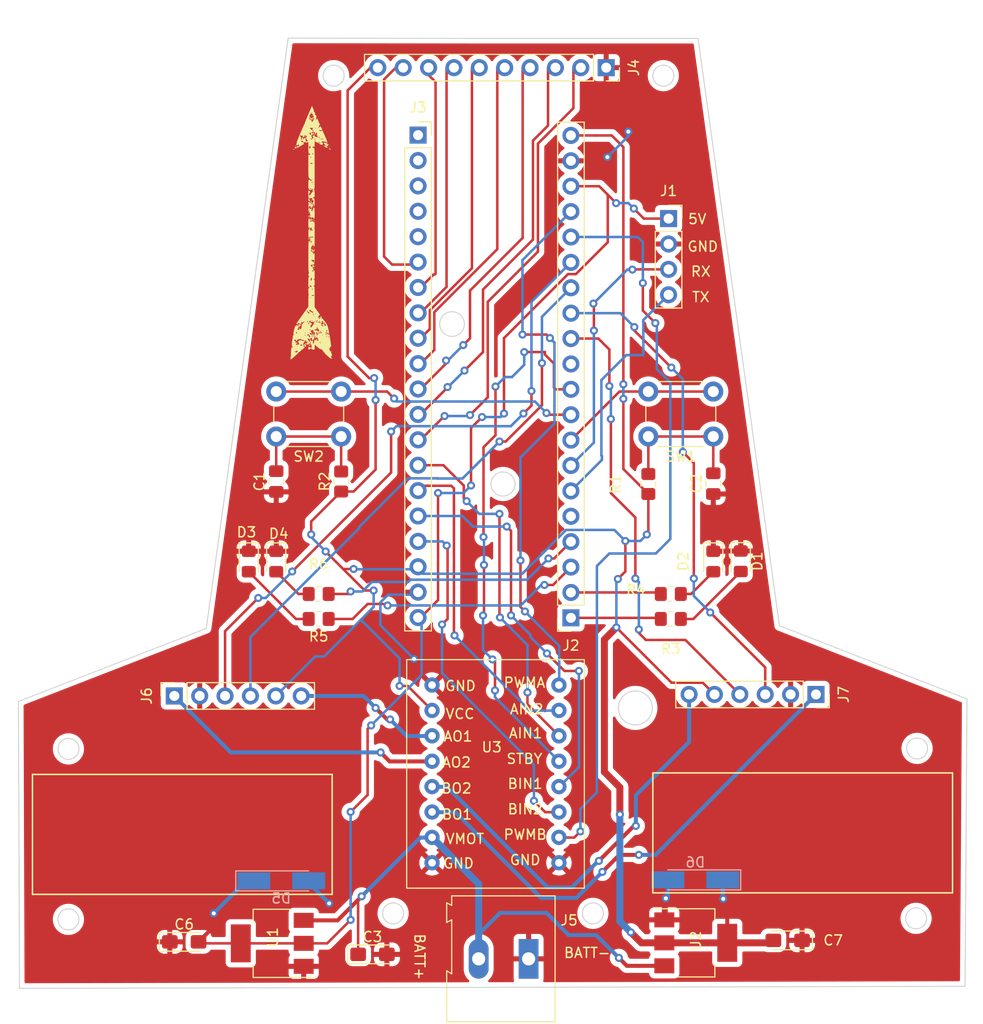
<source format=kicad_pcb>
(kicad_pcb (version 20211014) (generator pcbnew)
  (layers (0 "F.Cu" signal) (31 "B.Cu" signal) (34 "B.Paste" user) (35 "F.Paste" user) (36 "B.SilkS" user "B.Silkscreen") (37 "F.SilkS" user "F.Silkscreen") (38 "B.Mask" user) (39 "F.Mask" user) (44 "Edge.Cuts" user))
  (net 0 "")
  (net 1 "GND")
  (net 2 "Net-(C1-Pad2)")
  (net 3 "Net-(C2-Pad2)")
  (net 4 "+BATT")
  (net 5 "Net-(D1-Pad2)")
  (net 6 "Net-(D2-Pad2)")
  (net 7 "Net-(D3-Pad2)")
  (net 8 "Net-(D4-Pad2)")
  (net 9 "5v")
  (net 10 "UART1_RX")
  (net 11 "UART1_TX")
  (net 12 "LED1")
  (net 13 "LED2")
  (net 14 "LED3")
  (net 15 "LED4")
  (net 16 "PA8")
  (net 17 "BUT2")
  (net 18 "BUT1")
  (net 19 "PB3")
  (net 20 "E2_ENC_B")
  (net 21 "E2_ENC_A")
  (net 22 "E1_ENC_B")
  (net 23 "E1_ENC_A")
  (net 24 "E2_PWM")
  (net 25 "E1_PWM")
  (net 26 "3v3")
  (net 27 "LED_BLUE")
  (net 28 "PC14")
  (net 29 "PC15")
  (net 30 "NRST")
  (net 31 "A0")
  (net 32 "A1")
  (net 33 "A2")
  (net 34 "A3")
  (net 35 "A4")
  (net 36 "A5")
  (net 37 "A6")
  (net 38 "A7")
  (net 39 "E1_CTR_A")
  (net 40 "E1_CTR_B")
  (net 41 "E2_CTR_A")
  (net 42 "E2_CTR_B")
  (net 43 "E1_M2")
  (net 44 "E1_M1")
  (net 45 "E2_M2")
  (net 46 "E2_M1")
  (net 48 "STBY")
  (footprint "graphics:arrow" (layer "F.Cu") (at 114.85 74.05 90)
    (fp_text reference "G***" hide)
    (fp_text value "LOGO" hide)
  )
  (footprint "Connector_PinSocket_2.54mm:PinSocket_1x06_P2.54mm_Vertical" (layer "F.Cu") (at 101.55 120.45 90)
    (fp_text reference "J6")
    (fp_text value "Conn_01x06_Male")
  )
  (footprint "Resistor_SMD:R_0805_2012Metric_Pad1.20x1.40mm_HandSolder" (layer "F.Cu") (at 116 110.25 180)
    (fp_text reference "R6")
    (fp_text value "3k3")
  )
  (footprint "Diode_SMD:D_0805_2012Metric_Pad1.15x1.40mm_HandSolder" (layer "F.Cu") (at 158.25 106.975 -90)
    (fp_text reference "D1")
    (fp_text value "LED")
  )
  (footprint "Capacitor_Tantalum_SMD:CP_EIA-3216-18_Kemet-A_Pad1.58x1.35mm_HandSolder" (layer "F.Cu") (at 162.95 144.9 180)
    (fp_text reference "C7")
    (fp_text value "10uf")
  )
  (footprint "Connector_PinSocket_2.54mm:PinSocket_1x06_P2.54mm_Vertical" (layer "F.Cu") (at 165.78 120.3 -90)
    (fp_text reference "J7")
    (fp_text value "Conn_01x06_Male")
  )
  (footprint "Diode_SMD:D_0805_2012Metric_Pad1.15x1.40mm_HandSolder" (layer "F.Cu") (at 111.75 107 -90)
    (fp_text reference "D4")
    (fp_text value "LED")
  )
  (footprint "Connector_PinSocket_2.54mm:PinSocket_1x20_P2.54mm_Vertical" (layer "F.Cu") (at 125.95 64.35)
    (fp_text reference "J3")
    (fp_text value "Conn_01x20_Female")
  )
  (footprint "Resistor_SMD:R_0805_2012Metric_Pad1.20x1.40mm_HandSolder" (layer "F.Cu") (at 116 112.75 180)
    (fp_text reference "R5")
    (fp_text value "3k3")
  )
  (footprint "Resistor_SMD:R_0805_2012Metric_Pad1.20x1.40mm_HandSolder" (layer "F.Cu") (at 151.25 112.75)
    (fp_text reference "R3")
    (fp_text value "3k3")
  )
  (footprint "Resistor_SMD:R_0805_2012Metric_Pad1.20x1.40mm_HandSolder" (layer "F.Cu") (at 151.25 110.25)
    (fp_text reference "R4")
    (fp_text value "3k3")
  )
  (footprint "Package_TO_SOT_SMD:SOT-223-3_TabPin2" (layer "F.Cu") (at 153.75 145.15)
    (fp_text reference "U2")
    (fp_text value "AMS1117-3.3")
  )
  (footprint "Capacitor_Tantalum_SMD:CP_EIA-3216-18_Kemet-A_Pad1.58x1.35mm_HandSolder" (layer "F.Cu") (at 121.3875 146.3)
    (fp_text reference "C3")
    (fp_text value "10uf")
  )
  (footprint "Capacitor_SMD:C_0805_2012Metric_Pad1.18x1.45mm_HandSolder" (layer "F.Cu") (at 155.5 99.2125 90)
    (fp_text reference "C2")
    (fp_text value "100n")
  )
  (footprint "footprints:H_BRIDGE" (layer "F.Cu") (at 134.97 126.98)
    (fp_text reference "U3")
    (fp_text value "Mostek_TB_THT")
  )
  (footprint "Capacitor_Tantalum_SMD:CP_EIA-3216-18_Kemet-A_Pad1.58x1.35mm_HandSolder" (layer "F.Cu") (at 102.5375 145.05)
    (fp_text reference "C6")
    (fp_text value "10uf")
  )
  (footprint "Button_Switch_THT:SW_PUSH_6mm" (layer "F.Cu") (at 118.25 94.5 180)
    (fp_text reference "SW2")
    (fp_text value "SW_Push")
  )
  (footprint "Resistor_SMD:R_0805_2012Metric_Pad1.20x1.40mm_HandSolder" (layer "F.Cu") (at 118.25 99 90)
    (fp_text reference "R2")
    (fp_text value "470")
  )
  (footprint "TerminalBlock:TerminalBlock_Altech_AK300-2_P5.00mm" (layer "F.Cu") (at 137.015 146.75 180)
    (fp_text reference "J5")
    (fp_text value "Screw_Terminal_01x02")
  )
  (footprint "Connector_PinSocket_2.54mm:PinSocket_1x04_P2.54mm_Vertical" (layer "F.Cu") (at 151.025 72.7)
    (fp_text reference "J1")
    (fp_text value "Conn_01x04_Male")
  )
  (footprint "Diode_SMD:D_0805_2012Metric_Pad1.15x1.40mm_HandSolder" (layer "F.Cu") (at 155.5 107 -90)
    (fp_text reference "D2")
    (fp_text value "LED")
  )
  (footprint "Resistor_SMD:R_0805_2012Metric_Pad1.20x1.40mm_HandSolder" (layer "F.Cu") (at 149 99.25 90)
    (fp_text reference "R1")
    (fp_text value "470")
  )
  (footprint "Capacitor_SMD:C_0805_2012Metric_Pad1.18x1.45mm_HandSolder" (layer "F.Cu") (at 111.75 99 90)
    (fp_text reference "C1")
    (fp_text value "100n")
  )
  (footprint "Package_TO_SOT_SMD:SOT-223-3_TabPin2" (layer "F.Cu") (at 111.35 145.2 180)
    (fp_text reference "U1")
    (fp_text value "AMS1117-5.0")
  )
  (footprint "Connector_PinSocket_2.54mm:PinSocket_1x20_P2.54mm_Vertical" (layer "F.Cu") (at 141.25 112.64 180)
    (fp_text reference "J2")
    (fp_text value "Conn_01x20_Female")
  )
  (footprint "Diode_SMD:D_0805_2012Metric_Pad1.15x1.40mm_HandSolder" (layer "F.Cu") (at 109 107 -90)
    (fp_text reference "D3")
    (fp_text value "LED")
  )
  (footprint "Button_Switch_THT:SW_PUSH_6mm" (layer "F.Cu") (at 155.5 94.5 180)
    (fp_text reference "SW1")
    (fp_text value "SW_Push")
  )
  (footprint "Connector_PinSocket_2.54mm:PinSocket_1x10_P2.54mm_Vertical" (layer "F.Cu") (at 144.78 57.6 -90)
    (fp_text reference "J4")
    (fp_text value "Conn_01x10_Male")
  )
  (footprint "Diode_SMD:D_MiniMELF_Handsoldering" (layer "B.Cu") (at 112.25 138.95)
    (fp_text reference "D5")
    (fp_text value "6V2")
  )
  (footprint "Diode_SMD:D_MiniMELF_Handsoldering" (layer "B.Cu") (at 153.7 138.85 180)
    (fp_text reference "D6")
    (fp_text value "3V9")
  )
  (gr_line (start 179.45 128.15) (end 179.45 140.15) (layer "F.SilkS") (width 0.15))
  (gr_line (start 87.35 140.3) (end 117.35 140.3) (layer "F.SilkS") (width 0.15))
  (gr_line (start 117.35 128.3) (end 87.35 128.3) (layer "F.SilkS") (width 0.15))
  (gr_line (start 179.45 128.15) (end 149.45 128.15) (layer "F.SilkS") (width 0.15))
  (gr_line (start 117.35 140.3) (end 117.35 128.3) (layer "F.SilkS") (width 0.15))
  (gr_line (start 149.45 140.15) (end 179.45 140.15) (layer "F.SilkS") (width 0.15))
  (gr_line (start 149.45 128.15) (end 149.45 140.15) (layer "F.SilkS") (width 0.15))
  (gr_line (start 87.35 128.3) (end 87.35 140.3) (layer "F.SilkS") (width 0.15))
  (gr_circle (center 90.95 125.75) (end 90.95 124.7) (layer "Edge.Cuts") (width 0.1) (fill none))
  (gr_circle (center 147.7 121.65) (end 147.3 123.3) (layer "Edge.Cuts") (width 0.1) (fill none))
  (gr_circle (center 143.45 142.2) (end 143.45 141.15) (layer "Edge.Cuts") (width 0.1) (fill none))
  (gr_line (start 85.95 121) (end 104.75 113.7) (layer "Edge.Cuts") (width 0.1))
  (gr_line (start 133.325 54.675) (end 153.975 54.675) (layer "Edge.Cuts") (width 0.1))
  (gr_circle (center 175.9 125.7) (end 175.9 124.65) (layer "Edge.Cuts") (width 0.1) (fill none))
  (gr_line (start 133.325 54.675) (end 112.95 54.65) (layer "Edge.Cuts") (width 0.1))
  (gr_line (start 112.95 54.65) (end 112.9 54.95) (layer "Edge.Cuts") (width 0.1))
  (gr_circle (center 175.8 142.7) (end 175.8 141.65) (layer "Edge.Cuts") (width 0.1) (fill none))
  (gr_circle (center 117.5 58.4) (end 117.5 57.35) (layer "Edge.Cuts") (width 0.1) (fill none))
  (gr_circle (center 129.35 83.25) (end 129.8 84.4) (layer "Edge.Cuts") (width 0.1) (fill none))
  (gr_circle (center 150.5 58.4) (end 150.5 57.35) (layer "Edge.Cuts") (width 0.1) (fill none))
  (gr_circle (center 90.95 142.8) (end 89.9 142.8) (layer "Edge.Cuts") (width 0.1) (fill none))
  (gr_line (start 162.125 113.425) (end 180.9 120.75) (layer "Edge.Cuts") (width 0.1))
  (gr_line (start 133.4 149.6) (end 86.05 149.7) (layer "Edge.Cuts") (width 0.1))
  (gr_line (start 104.75 113.7) (end 112.9 54.95) (layer "Edge.Cuts") (width 0.1))
  (gr_circle (center 123.45 142.2) (end 123.45 141.15) (layer "Edge.Cuts") (width 0.1) (fill none))
  (gr_circle (center 134.45 99.25) (end 134.35 98.05) (layer "Edge.Cuts") (width 0.1) (fill none))
  (gr_line (start 180.7 149.5) (end 133.4 149.6) (layer "Edge.Cuts") (width 0.1))
  (gr_line (start 180.9 120.75) (end 180.7 149.5) (layer "Edge.Cuts") (width 0.1))
  (gr_line (start 86.05 149.7) (end 85.95 121) (layer "Edge.Cuts") (width 0.1))
  (gr_line (start 153.975 54.675) (end 162.125 113.425) (layer "Edge.Cuts") (width 0.1))
  (gr_text "5V\n" (at 153.9 72.75) (layer "F.SilkS") (effects (font (size 1 1))))
  (gr_text "GND\n" (at 154.45 75.5) (layer "F.SilkS") (effects (font (size 1 1))))
  (gr_text "RX\n" (at 154.25 78) (layer "F.SilkS") (effects (font (size 1 1))))
  (gr_text "BATT+" (at 126.1 146.55 270) (layer "F.SilkS") (effects (font (size 1 1))))
  (gr_text "BATT-\n" (at 142.875 146.15) (layer "F.SilkS") (effects (font (size 1 1))))
  (gr_text "TX\n" (at 154.25 80.55) (layer "F.SilkS") (effects (font (size 1 1))))
  (segment (start 150.75 142.7) (end 150.6 142.85) (width 0.4) (layer "F.Cu") (net 1))
  (segment (start 141.25 66.92) (end 144.53 66.92) (width 0.25) (layer "F.Cu") (net 1))
  (segment (start 150.75 140.7) (end 150.75 142.7) (width 0.4) (layer "F.Cu") (net 1))
  (segment (start 144.53 66.92) (end 144.9 66.55) (width 0.25) (layer "F.Cu") (net 1))
  (via (at 147 64) (size 0.8) (drill 0.4) (layers "F.Cu" "B.Cu") (net 1))
  (via (at 150.75 140.7) (size 0.8) (drill 0.4) (layers "F.Cu" "B.Cu") (net 1))
  (via (at 117.05 141.2) (size 0.8) (drill 0.4) (layers "F.Cu" "B.Cu") (net 1))
  (via (at 125.55 116.75) (size 0.8) (drill 0.4) (layers "F.Cu" "B.Cu") (net 1))
  (via (at 144.9 66.55) (size 0.8) (drill 0.4) (layers "F.Cu" "B.Cu") (net 1))
  (segment (start 115 139.15) (end 117.05 141.2) (width 0.4) (layer "B.Cu") (net 1))
  (segment (start 125.95 110.32) (end 122.954695 110.32) (width 0.25) (layer "B.Cu") (net 1))
  (segment (start 115 138.95) (end 115 139.15) (width 0.4) (layer "B.Cu") (net 1))
  (segment (start 122.175 113.375) (end 125.55 116.75) (width 0.25) (layer "B.Cu") (net 1))
  (segment (start 150.95 138.85) (end 150.95 140.5) (width 0.4) (layer "B.Cu") (net 1))
  (segment (start 147 64.45) (end 147 64) (width 0.25) (layer "B.Cu") (net 1))
  (segment (start 144.9 66.55) (end 147 64.45) (width 0.25) (layer "B.Cu") (net 1))
  (segment (start 150.95 140.5) (end 150.75 140.7) (width 0.4) (layer "B.Cu") (net 1))
  (segment (start 122.954695 110.32) (end 122.175 111.099695) (width 0.25) (layer "B.Cu") (net 1))
  (segment (start 122.175 111.099695) (end 122.175 113.375) (width 0.25) (layer "B.Cu") (net 1))
  (segment (start 118.25 98) (end 118.25 94.5) (width 0.25) (layer "F.Cu") (net 2))
  (segment (start 111.75 97.9625) (end 111.75 94.5) (width 0.25) (layer "F.Cu") (net 2))
  (segment (start 118.25 94.5) (end 111.75 94.5) (width 0.25) (layer "F.Cu") (net 2))
  (segment (start 149 94.5) (end 149 98.25) (width 0.25) (layer "F.Cu") (net 3))
  (segment (start 149 94.5) (end 155.5 94.5) (width 0.25) (layer "F.Cu") (net 3))
  (segment (start 155.5 98.175) (end 155.5 94.5) (width 0.25) (layer "F.Cu") (net 3))
  (segment (start 119.95 146.3) (end 119.95 140.85) (width 0.25) (layer "F.Cu") (net 4))
  (segment (start 114.5 142.9) (end 117.9 142.9) (width 0.4) (layer "F.Cu") (net 4))
  (segment (start 117.9 142.9) (end 120.3 140.5) (width 0.4) (layer "F.Cu") (net 4))
  (segment (start 150.6 147.45) (end 146.85 147.45) (width 0.4) (layer "F.Cu") (net 4))
  (segment (start 119.95 140.85) (end 120.3 140.5) (width 0.25) (layer "F.Cu") (net 4))
  (segment (start 146.85 147.45) (end 146.05 146.65) (width 0.4) (layer "F.Cu") (net 4))
  (via (at 120.3 140.5) (size 0.8) (drill 0.4) (layers "F.Cu" "B.Cu") (net 4))
  (via (at 146.05 146.65) (size 0.8) (drill 0.4) (layers "F.Cu" "B.Cu") (net 4))
  (segment (start 132.015 139.255) (end 132.015 143.885) (width 0.7) (layer "B.Cu") (net 4))
  (segment (start 127.38 134.62) (end 132.015 139.255) (width 0.7) (layer "B.Cu") (net 4))
  (segment (start 120.3 140.5) (end 126.18 134.62) (width 0.4) (layer "B.Cu") (net 4))
  (segment (start 146.05 146.65) (end 143.77 144.37) (width 0.4) (layer "B.Cu") (net 4))
  (segment (start 134.15 142.15) (end 132.015 144.285) (width 0.4) (layer "B.Cu") (net 4))
  (segment (start 141.02 144.37) (end 138.8 142.15) (width 0.4) (layer "B.Cu") (net 4))
  (segment (start 143.77 144.37) (end 141.02 144.37) (width 0.4) (layer "B.Cu") (net 4))
  (segment (start 138.8 142.15) (end 134.15 142.15) (width 0.4) (layer "B.Cu") (net 4))
  (segment (start 132.015 143.885) (end 132.015 144.285) (width 0.7) (layer "B.Cu") (net 4))
  (segment (start 132.015 146.75) (end 132.015 143.885) (width 0.7) (layer "B.Cu") (net 4))
  (segment (start 126.18 134.62) (end 127.38 134.62) (width 0.4) (layer "B.Cu") (net 4))
  (segment (start 153.5 112.75) (end 158.25 108) (width 0.25) (layer "F.Cu") (net 5))
  (segment (start 152.25 112.75) (end 153.5 112.75) (width 0.25) (layer "F.Cu") (net 5))
  (segment (start 153.275 110.25) (end 155.5 108.025) (width 0.25) (layer "F.Cu") (net 6))
  (segment (start 152.25 110.25) (end 153.275 110.25) (width 0.25) (layer "F.Cu") (net 6))
  (segment (start 113.725 112.75) (end 109 108.025) (width 0.25) (layer "F.Cu") (net 7))
  (segment (start 115 112.75) (end 113.725 112.75) (width 0.25) (layer "F.Cu") (net 7))
  (segment (start 113.975 110.25) (end 111.75 108.025) (width 0.25) (layer "F.Cu") (net 8))
  (segment (start 115 110.25) (end 113.975 110.25) (width 0.25) (layer "F.Cu") (net 8))
  (segment (start 134.55 84.658299) (end 140.953299 78.255) (width 0.25) (layer "F.Cu") (net 9))
  (segment (start 144.0855 69.46) (end 144.93775 70.31225) (width 0.25) (layer "F.Cu") (net 9))
  (segment (start 120.9 123.75) (end 121.25 123.4) (width 0.25) (layer "F.Cu") (net 9))
  (segment (start 120.9 125) (end 120.9 123.75) (width 0.25) (layer "F.Cu") (net 9))
  (segment (start 141.25 69.46) (end 144.0855 69.46) (width 0.25) (layer "F.Cu") (net 9))
  (segment (start 108.2 145.2) (end 104.125 145.2) (width 0.25) (layer "F.Cu") (net 9))
  (segment (start 105.5 143.525) (end 103.975 145.05) (width 0.4) (layer "F.Cu") (net 9))
  (segment (start 114.5 145.2) (end 116.85 145.2) (width 0.25) (layer "F.Cu") (net 9))
  (segment (start 116.85 145.2) (end 119.2 142.85) (width 0.25) (layer "F.Cu") (net 9))
  (segment (start 131.25 99.4) (end 131.25 93.65) (width 0.25) (layer "F.Cu") (net 9))
  (segment (start 141.745 78.255) (end 144.93775 75.06225) (width 0.25) (layer "F.Cu") (net 9))
  (segment (start 140.953299 78.255) (end 141.745 78.255) (width 0.25) (layer "F.Cu") (net 9))
  (segment (start 104.125 145.2) (end 103.975 145.05) (width 0.25) (layer "F.Cu") (net 9))
  (segment (start 144.93775 75.06225) (end 144.93775 70.31225) (width 0.25) (layer "F.Cu") (net 9))
  (segment (start 119.2 132.05) (end 120.9 130.35) (width 0.25) (layer "F.Cu") (net 9))
  (segment (start 114.5 145.2) (end 108.2 145.2) (width 0.25) (layer "F.Cu") (net 9))
  (segment (start 131.25 93.65) (end 132.35 92.55) (width 0.25) (layer "F.Cu") (net 9))
  (segment (start 105.5 142.2) (end 105.5 143.525) (width 0.4) (layer "F.Cu") (net 9))
  (segment (start 147.55 71.7) (end 148.55 72.7) (width 0.25) (layer "F.Cu") (net 9))
  (segment (start 134.55 92.2) (end 134.55 84.658299) (width 0.25) (layer "F.Cu") (net 9))
  (segment (start 144.93775 70.31225) (end 145.7755 71.15) (width 0.25) (layer "F.Cu") (net 9))
  (segment (start 125.95 112.86) (end 127.95 110.86) (width 0.25) (layer "F.Cu") (net 9))
  (segment (start 148.55 72.7) (end 151.025 72.7) (width 0.25) (layer "F.Cu") (net 9))
  (segment (start 127.95 110.86) (end 127.95 100.15) (width 0.25) (layer "F.Cu") (net 9))
  (segment (start 120.9 130.35) (end 120.9 125) (width 0.25) (layer "F.Cu") (net 9))
  (via (at 134.55 92.2) (size 0.8) (drill 0.4) (layers "F.Cu" "B.Cu") (net 9))
  (via (at 131.25 99.4) (size 0.8) (drill 0.4) (layers "F.Cu" "B.Cu") (net 9))
  (via (at 119.2 142.85) (size 0.8) (drill 0.4) (layers "F.Cu" "B.Cu") (net 9))
  (via (at 132.35 92.55) (size 0.8) (drill 0.4) (layers "F.Cu" "B.Cu") (net 9))
  (via (at 105.5 142.2) (size 0.8) (drill 0.4) (layers "F.Cu" "B.Cu") (net 9))
  (via (at 147.55 71.7) (size 0.8) (drill 0.4) (layers "F.Cu" "B.Cu") (net 9))
  (via (at 145.7755 71.15) (size 0.8) (drill 0.4) (layers "F.Cu" "B.Cu") (net 9))
  (via (at 127.95 100.15) (size 0.8) (drill 0.4) (layers "F.Cu" "B.Cu") (net 9))
  (via (at 121.25 123.4) (size 0.8) (drill 0.4) (layers "F.Cu" "B.Cu") (net 9))
  (via (at 119.2 132.05) (size 0.8) (drill 0.4) (layers "F.Cu" "B.Cu") (net 9))
  (segment (start 119.2 142.85) (end 119.2 132.05) (width 0.25) (layer "B.Cu") (net 9))
  (segment (start 130.5 100.15) (end 131.25 99.4) (width 0.25) (layer "B.Cu") (net 9))
  (segment (start 127.95 100.15) (end 130.5 100.15) (width 0.25) (layer "B.Cu") (net 9))
  (segment (start 134.2 92.55) (end 134.55 92.2) (width 0.25) (layer "B.Cu") (net 9))
  (segment (start 121.25 123.4) (end 126.3 118.35) (width 0.25) (layer "B.Cu") (net 9))
  (segment (start 132.35 92.55) (end 134.2 92.55) (width 0.25) (layer "B.Cu") (net 9))
  (segment (start 108.75 138.95) (end 105.5 142.2) (width 0.4) (layer "B.Cu") (net 9))
  (segment (start 147 71.15) (end 147.55 71.7) (width 0.25) (layer "B.Cu") (net 9))
  (segment (start 145.7755 71.15) (end 147 71.15) (width 0.25) (layer "B.Cu") (net 9))
  (segment (start 126.3 112.96) (end 125.95 112.61) (width 0.25) (layer "B.Cu") (net 9))
  (segment (start 109.5 138.95) (end 108.75 138.95) (width 0.4) (layer "B.Cu") (net 9))
  (segment (start 126.3 118.35) (end 126.3 112.96) (width 0.25) (layer "B.Cu") (net 9))
  (segment (start 143.5 81.2) (end 143.55 81.25) (width 0.25) (layer "F.Cu") (net 10))
  (segment (start 147.42 77.78) (end 147.4 77.8) (width 0.25) (layer "F.Cu") (net 10))
  (segment (start 151.025 77.78) (end 147.42 77.78) (width 0.25) (layer "F.Cu") (net 10))
  (segment (start 143.55 81.25) (end 143.55 83.9) (width 0.25) (layer "F.Cu") (net 10))
  (via (at 147.4 77.8) (size 0.8) (drill 0.4) (layers "F.Cu" "B.Cu") (net 10))
  (via (at 143.5 81.2) (size 0.8) (drill 0.4) (layers "F.Cu" "B.Cu") (net 10))
  (via (at 143.55 83.9) (size 0.8) (drill 0.4) (layers "F.Cu" "B.Cu") (net 10))
  (segment (start 146.9 77.8) (end 143.5 81.2) (width 0.25) (layer "B.Cu") (net 10))
  (segment (start 143.55 95.1) (end 141.25 97.4) (width 0.25) (layer "B.Cu") (net 10))
  (segment (start 143.55 83.9) (end 143.55 95.1) (width 0.25) (layer "B.Cu") (net 10))
  (segment (start 147.4 77.8) (end 146.9 77.8) (width 0.25) (layer "B.Cu") (net 10))
  (segment (start 146.8 86.35) (end 144.3 88.85) (width 0.25) (layer "B.Cu") (net 11))
  (segment (start 144.3 88.85) (end 144.3 96.4) (width 0.25) (layer "B.Cu") (net 11))
  (segment (start 144.3 96.4) (end 144.35 96.45) (width 0.25) (layer "B.Cu") (net 11))
  (segment (start 144.35 96.84) (end 141.25 99.94) (width 0.25) (layer "B.Cu") (net 11))
  (segment (start 148.5 86.35) (end 146.8 86.35) (width 0.25) (layer "B.Cu") (net 11))
  (segment (start 144.35 96.45) (end 144.35 96.84) (width 0.25) (layer "B.Cu") (net 11))
  (segment (start 151.025 80.32) (end 148.5 82.845) (width 0.25) (layer "B.Cu") (net 11))
  (segment (start 148.5 82.845) (end 148.5 86.35) (width 0.25) (layer "B.Cu") (net 11))
  (segment (start 150.14 112.64) (end 150.25 112.75) (width 0.25) (layer "F.Cu") (net 12))
  (segment (start 141.25 112.64) (end 150.14 112.64) (width 0.25) (layer "F.Cu") (net 12))
  (segment (start 141.25 110.1) (end 150.1 110.1) (width 0.25) (layer "F.Cu") (net 13))
  (segment (start 150.1 110.1) (end 150.25 110.25) (width 0.25) (layer "F.Cu") (net 13))
  (segment (start 119.4 112.75) (end 120.65 111.5) (width 0.25) (layer "F.Cu") (net 14))
  (segment (start 117 112.75) (end 119.4 112.75) (width 0.25) (layer "F.Cu") (net 14))
  (segment (start 122.75 111.25) (end 122.9 111.4) (width 0.25) (layer "F.Cu") (net 14))
  (segment (start 120.65 111.5) (end 120.9 111.25) (width 0.25) (layer "F.Cu") (net 14))
  (segment (start 138.6 109.35) (end 139.46 109.35) (width 0.25) (layer "F.Cu") (net 14))
  (segment (start 139.46 109.35) (end 141.25 107.56) (width 0.25) (layer "F.Cu") (net 14))
  (segment (start 120.9 111.25) (end 122.75 111.25) (width 0.25) (layer "F.Cu") (net 14))
  (via (at 138.6 109.35) (size 0.8) (drill 0.4) (layers "F.Cu" "B.Cu") (net 14))
  (via (at 122.9 111.4) (size 0.8) (drill 0.4) (layers "F.Cu" "B.Cu") (net 14))
  (segment (start 136.462347 111.162347) (end 138.274695 109.35) (width 0.25) (layer "B.Cu") (net 14))
  (segment (start 138.274695 109.35) (end 138.6 109.35) (width 0.25) (layer "B.Cu") (net 14))
  (segment (start 122.9 111.4) (end 136.224694 111.4) (width 0.25) (layer "B.Cu") (net 14))
  (segment (start 136.224694 111.4) (end 136.462347 111.162347) (width 0.25) (layer "B.Cu") (net 14))
  (segment (start 139.57 106.7) (end 141.25 105.02) (width 0.25) (layer "F.Cu") (net 15))
  (segment (start 117 110.25) (end 118.95 110.25) (width 0.25) (layer "F.Cu") (net 15))
  (segment (start 118.95 110.25) (end 119.2 110) (width 0.25) (layer "F.Cu") (net 15))
  (segment (start 139 106.7) (end 139.57 106.7) (width 0.25) (layer "F.Cu") (net 15))
  (via (at 119.2 110) (size 0.8) (drill 0.4) (layers "F.Cu" "B.Cu") (net 15))
  (via (at 139 106.7) (size 0.8) (drill 0.4) (layers "F.Cu" "B.Cu") (net 15))
  (segment (start 120.374695 110) (end 121.324695 109.05) (width 0.25) (layer "B.Cu") (net 15))
  (segment (start 124.95 109.05) (end 125.175 108.825) (width 0.25) (layer "B.Cu") (net 15))
  (segment (start 125.175 108.825) (end 136.875 108.825) (width 0.25) (layer "B.Cu") (net 15))
  (segment (start 121.324695 109.05) (end 124.95 109.05) (width 0.25) (layer "B.Cu") (net 15))
  (segment (start 139 106.7) (end 136.875 108.825) (width 0.25) (layer "B.Cu") (net 15))
  (segment (start 119.2 110) (end 120.374695 110) (width 0.25) (layer "B.Cu") (net 15))
  (segment (start 146.11 90) (end 141.25 94.86) (width 0.25) (layer "F.Cu") (net 17))
  (segment (start 149 90) (end 155.5 90) (width 0.25) (layer "F.Cu") (net 17))
  (segment (start 149 90) (end 146.11 90) (width 0.25) (layer "F.Cu") (net 17))
  (segment (start 122.85 90) (end 123.55 90.7) (width 0.25) (layer "F.Cu") (net 18))
  (segment (start 111.75 90) (end 118.25 90) (width 0.25) (layer "F.Cu") (net 18))
  (segment (start 138.97 92.32) (end 141.25 92.32) (width 0.25) (layer "F.Cu") (net 18))
  (segment (start 138.8 92.15) (end 138.97 92.32) (width 0.25) (layer "F.Cu") (net 18))
  (segment (start 118.25 90) (end 122.85 90) (width 0.25) (layer "F.Cu") (net 18))
  (via (at 123.55 90.7) (size 0.8) (drill 0.4) (layers "F.Cu" "B.Cu") (net 18))
  (via (at 138.8 92.15) (size 0.8) (drill 0.4) (layers "F.Cu" "B.Cu") (net 18))
  (segment (start 138.8 92.15) (end 137.65 91) (width 0.25) (layer "B.Cu") (net 18))
  (segment (start 137.65 91) (end 123.8 91) (width 0.25) (layer "B.Cu") (net 18))
  (segment (start 144 84.7) (end 141.25 84.7) (width 0.25) (layer "F.Cu") (net 20))
  (segment (start 148.75 114.85) (end 148.05 114.15) (width 0.25) (layer "F.Cu") (net 20))
  (segment (start 147.7 102.6) (end 145.4 100.3) (width 0.25) (layer "F.Cu") (net 20))
  (segment (start 158.16 120.3) (end 152.71 114.85) (width 0.25) (layer "F.Cu") (net 20))
  (segment (start 145.1 85.8) (end 144 84.7) (width 0.25) (layer "F.Cu") (net 20))
  (segment (start 147.7 108.7) (end 147.7 102.6) (width 0.25) (layer "F.Cu") (net 20))
  (segment (start 145.25 100.15) (end 145.25 92.75) (width 0.25) (layer "F.Cu") (net 20))
  (segment (start 145.1 89.45) (end 145.1 85.8) (width 0.25) (layer "F.Cu") (net 20))
  (segment (start 145.4 100.3) (end 145.25 100.15) (width 0.25) (layer "F.Cu") (net 20))
  (segment (start 148.05 114.15) (end 148.05 113.8) (width 0.25) (layer "F.Cu") (net 20))
  (segment (start 152.71 114.85) (end 148.75 114.85) (width 0.25) (layer "F.Cu") (net 20))
  (via (at 145.25 92.75) (size 0.8) (drill 0.4) (layers "F.Cu" "B.Cu") (net 20))
  (via (at 148.05 113.8) (size 0.8) (drill 0.4) (layers "F.Cu" "B.Cu") (net 20))
  (via (at 145.1 89.45) (size 0.8) (drill 0.4) (layers "F.Cu" "B.Cu") (net 20))
  (via (at 147.7 108.7) (size 0.8) (drill 0.4) (layers "F.Cu" "B.Cu") (net 20))
  (segment (start 145.25 92.75) (end 145.25 89.6) (width 0.25) (layer "B.Cu") (net 20))
  (segment (start 148.05 109.05) (end 147.7 108.7) (width 0.25) (layer "B.Cu") (net 20))
  (segment (start 148.05 113.8) (end 148.05 109.05) (width 0.25) (layer "B.Cu") (net 20))
  (segment (start 145.25 89.6) (end 145.1 89.45) (width 0.25) (layer "B.Cu") (net 20))
  (segment (start 153.55 108.7) (end 153.55 97.15) (width 0.25) (layer "F.Cu") (net 21))
  (segment (start 151.3 87.6) (end 147.6 83.9) (width 0.25) (layer "F.Cu") (net 21))
  (segment (start 153.55 97.15) (end 152.45 96.05) (width 0.25) (layer "F.Cu") (net 21))
  (segment (start 147.6 83.9) (end 147.6 83.55) (width 0.25) (layer "F.Cu") (net 21))
  (segment (start 160.7 117.6) (end 155.2 112.1) (width 0.25) (layer "F.Cu") (net 21))
  (segment (start 160.7 120.3) (end 160.7 117.6) (width 0.25) (layer "F.Cu") (net 21))
  (via (at 155.2 112.1) (size 0.8) (drill 0.4) (layers "F.Cu" "B.Cu") (net 21))
  (via (at 147.6 83.55) (size 0.8) (drill 0.4) (layers "F.Cu" "B.Cu") (net 21))
  (via (at 153.55 108.7) (size 0.8) (drill 0.4) (layers "F.Cu" "B.Cu") (net 21))
  (via (at 152.45 96.05) (size 0.8) (drill 0.4) (layers "F.Cu" "B.Cu") (net 21))
  (via (at 151.3 87.6) (size 0.8) (drill 0.4) (layers "F.Cu" "B.Cu") (net 21))
  (segment (start 146.21 82.16) (end 141.25 82.16) (width 0.25) (layer "B.Cu") (net 21))
  (segment (start 152.45 88.75) (end 151.3 87.6) (width 0.25) (layer "B.Cu") (net 21))
  (segment (start 147.6 83.55) (end 146.21 82.16) (width 0.25) (layer "B.Cu") (net 21))
  (segment (start 153.55 110.45) (end 153.55 108.7) (width 0.25) (layer "B.Cu") (net 21))
  (segment (start 155.2 112.1) (end 153.55 110.45) (width 0.25) (layer "B.Cu") (net 21))
  (segment (start 152.45 96.05) (end 152.45 88.75) (width 0.25) (layer "B.Cu") (net 21))
  (segment (start 138.35 91.375305) (end 138.35 87.15) (width 0.25) (layer "F.Cu") (net 22))
  (segment (start 134.725305 95) (end 138.35 91.375305) (width 0.25) (layer "F.Cu") (net 22))
  (segment (start 134.1 95) (end 134.725305 95) (width 0.25) (layer "F.Cu") (net 22))
  (via (at 134.1 95) (size 0.8) (drill 0.4) (layers "F.Cu" "B.Cu") (net 22))
  (via (at 138.35 87.15) (size 0.8) (drill 0.4) (layers "F.Cu" "B.Cu") (net 22))
  (segment (start 120.05 103.675305) (end 120.05 103.55) (width 0.25) (layer "B.Cu") (net 22))
  (segment (start 134.1 95) (end 130.525 98.575) (width 0.25) (layer "B.Cu") (net 22))
  (segment (start 109.17 120.45) (end 109.17 114.555305) (width 0.25) (layer "B.Cu") (net 22))
  (segment (start 127.9 98.7) (end 130.4 98.7) (width 0.25) (layer "B.Cu") (net 22))
  (segment (start 124.916443 98.683557) (end 127.883557 98.683557) (width 0.25) (layer "B.Cu") (net 22))
  (segment (start 127.883557 98.683557) (end 127.9 98.7) (width 0.25) (layer "B.Cu") (net 22))
  (segment (start 138.35 87.15) (end 138.35 82.52) (width 0.25) (layer "B.Cu") (net 22))
  (segment (start 138.35 82.52) (end 141.25 79.62) (width 0.25) (layer "B.Cu") (net 22))
  (segment (start 120.05 103.55) (end 124.916443 98.683557) (width 0.25) (layer "B.Cu") (net 22))
  (segment (start 130.4 98.7) (end 130.525 98.575) (width 0.25) (layer "B.Cu") (net 22))
  (segment (start 109.17 114.555305) (end 120.05 103.675305) (width 0.25) (layer "B.Cu") (net 22))
  (segment (start 106.63 120.45) (end 106.63 113.97) (width 0.25) (layer "F.Cu") (net 23))
  (segment (start 136.5 92.2) (end 137.3 91.4) (width 0.25) (layer "F.Cu") (net 23))
  (segment (start 106.63 113.97) (end 109.95 110.65) (width 0.25) (layer "F.Cu") (net 23))
  (segment (start 123.25 98.1) (end 123.25 94) (width 0.25) (layer "F.Cu") (net 23))
  (segment (start 113.35 108) (end 123.25 98.1) (width 0.25) (layer "F.Cu") (net 23))
  (segment (start 137.3 91.4) (end 137.3 89.95) (width 0.25) (layer "F.Cu") (net 23))
  (via (at 136.5 92.2) (size 0.8) (drill 0.4) (layers "F.Cu" "B.Cu") (net 23))
  (via (at 137.3 89.95) (size 0.8) (drill 0.4) (layers "F.Cu" "B.Cu") (net 23))
  (via (at 113.35 108) (size 0.8) (drill 0.4) (layers "F.Cu" "B.Cu") (net 23))
  (via (at 109.95 110.65) (size 0.8) (drill 0.4) (layers "F.Cu" "B.Cu") (net 23))
  (via (at 123.25 94) (size 0.8) (drill 0.4) (layers "F.Cu" "B.Cu") (net 23))
  (segment (start 110.7 110.65) (end 113.35 108) (width 0.25) (layer "B.Cu") (net 23))
  (segment (start 123.785 93.465) (end 123.25 94) (width 0.25) (layer "B.Cu") (net 23))
  (segment (start 137.3 81.03) (end 141.25 77.08) (width 0.25) (layer "B.Cu") (net 23))
  (segment (start 109.95 110.65) (end 110.7 110.65) (width 0.25) (layer "B.Cu") (net 23))
  (segment (start 136.5 92.2) (end 135.235 93.465) (width 0.25) (layer "B.Cu") (net 23))
  (segment (start 135.235 93.465) (end 123.785 93.465) (width 0.25) (layer "B.Cu") (net 23))
  (segment (start 137.3 89.95) (end 137.3 81.03) (width 0.25) (layer "B.Cu") (net 23))
  (segment (start 149.7 83.15) (end 148.45 81.9) (width 0.25) (layer "F.Cu") (net 24))
  (segment (start 148.45 81.9) (end 148.45 79.15) (width 0.25) (layer "F.Cu") (net 24))
  (segment (start 140.08 134.62) (end 141.58 134.62) (width 0.25) (layer "F.Cu") (net 24))
  (segment (start 141.58 134.62) (end 142.2 134) (width 0.25) (layer "F.Cu") (net 24))
  (via (at 149.7 83.15) (size 0.8) (drill 0.4) (layers "F.Cu" "B.Cu") (net 24))
  (via (at 142.2 134) (size 0.8) (drill 0.4) (layers "F.Cu" "B.Cu") (net 24))
  (via (at 148.45 79.15) (size 0.8) (drill 0.4) (layers "F.Cu" "B.Cu") (net 24))
  (segment (start 148.45 75.05) (end 147.94 74.54) (width 0.25) (layer "B.Cu") (net 24))
  (segment (start 143.85 130.1) (end 143.85 107.45) (width 0.25) (layer "B.Cu") (net 24))
  (segment (start 142.2 131.75) (end 143.5 130.45) (width 0.25) (layer "B.Cu") (net 24))
  (segment (start 145.1 106.2) (end 149.75 106.2) (width 0.25) (layer "B.Cu") (net 24))
  (segment (start 151.2 89.1) (end 149.85 87.75) (width 0.25) (layer "B.Cu") (net 24))
  (segment (start 149.85 87.75) (end 149.85 83.45) (width 0.25) (layer "B.Cu") (net 24))
  (segment (start 149.85 83.3) (end 149.7 83.15) (width 0.25) (layer "B.Cu") (net 24))
  (segment (start 143.85 107.45) (end 145.1 106.2) (width 0.25) (layer "B.Cu") (net 24))
  (segment (start 143.5 130.45) (end 143.85 130.1) (width 0.25) (layer "B.Cu") (net 24))
  (segment (start 149.85 83.45) (end 149.85 83.3) (width 0.25) (layer "B.Cu") (net 24))
  (segment (start 151.2 104.75) (end 151.2 89.1) (width 0.25) (layer "B.Cu") (net 24))
  (segment (start 148.45 79.15) (end 148.45 75.05) (width 0.25) (layer "B.Cu") (net 24))
  (segment (start 147.94 74.54) (end 141.25 74.54) (width 0.25) (layer "B.Cu") (net 24))
  (segment (start 149.75 106.2) (end 151.2 104.75) (width 0.25) (layer "B.Cu") (net 24))
  (segment (start 142.2 134) (end 142.2 131.75) (width 0.25) (layer "B.Cu") (net 24))
  (segment (start 136.65 112) (end 136.2 111.55) (width 0.25) (layer "F.Cu") (net 25))
  (segment (start 139.15 84.65) (end 138.8 84.3) (width 0.25) (layer "F.Cu") (net 25))
  (segment (start 136.2 111.55) (end 136.2 106.9) (width 0.25) (layer "F.Cu") (net 25))
  (segment (start 138.8 84.3) (end 136.4 84.3) (width 0.25) (layer "F.Cu") (net 25))
  (via (at 136.2 106.9) (size 0.8) (drill 0.4) (layers "F.Cu" "B.Cu") (net 25))
  (via (at 139.15 84.65) (size 0.8) (drill 0.4) (layers "F.Cu" "B.Cu") (net 25))
  (via (at 136.65 112) (size 0.8) (drill 0.4) (layers "F.Cu" "B.Cu") (net 25))
  (via (at 136.4 84.3) (size 0.8) (drill 0.4) (layers "F.Cu" "B.Cu") (net 25))
  (segment (start 139.6 93.2) (end 139.6 91.45) (width 0.25) (layer "B.Cu") (net 25))
  (segment (start 139.3 93.5) (end 139.6 93.2) (width 0.25) (layer "B.Cu") (net 25))
  (segment (start 136.4 84.3) (end 136.4 76.85) (width 0.25) (layer "B.Cu") (net 25))
  (segment (start 136.2 106.9) (end 136.2 96.6) (width 0.25) (layer "B.Cu") (net 25))
  (segment (start 139.6 91.45) (end 139.6 85.1) (width 0.25) (layer "B.Cu") (net 25))
  (segment (start 136.2 96.6) (end 139.3 93.5) (width 0.25) (layer "B.Cu") (net 25))
  (segment (start 139.6 85.1) (end 139.15 84.65) (width 0.25) (layer "B.Cu") (net 25))
  (segment (start 136.4 76.85) (end 141.25 72) (width 0.25) (layer "B.Cu") (net 25))
  (segment (start 140.08 119.38) (end 140.08 115.43) (width 0.25) (layer "B.Cu") (net 25))
  (segment (start 140.08 115.43) (end 136.65 112) (width 0.25) (layer "B.Cu") (net 25))
  (segment (start 145.33 64.38) (end 143.73 64.38) (width 0.25) (layer "F.Cu") (net 26))
  (segment (start 121.7 97.8) (end 121.7 90.85) (width 0.25) (layer "F.Cu") (net 26))
  (segment (start 121.55 88.65) (end 121.05 88.65) (width 0.25) (layer "F.Cu") (net 26))
  (segment (start 118.9 86.5) (end 118.9 59.88) (width 0.25) (layer "F.Cu") (net 26))
  (segment (start 148.3 145.15) (end 147.25 144.1) (width 0.7) (layer "F.Cu") (net 26))
  (segment (start 156.5 140.75) (end 156.9 141.15) (width 0.4) (layer "F.Cu") (net 26))
  (segment (start 146.15 132.3) (end 146.15 129.6) (width 0.7) (layer "F.Cu") (net 26))
  (segment (start 161.2625 145.15) (end 161.5125 144.9) (width 0.7) (layer "F.Cu") (net 26))
  (segment (start 156.9 145.15) (end 150.6 145.15) (width 0.7) (layer "F.Cu") (net 26))
  (segment (start 119.5 107.75) (end 118.45 107.75) (width 0.25) (layer "F.Cu") (net 26))
  (segment (start 127.38 121.92) (end 124.91 119.45) (width 0.25) (layer "F.Cu") (net 26))
  (segment (start 118.25 100) (end 119.5 100) (width 0.25) (layer "F.Cu") (net 26))
  (segment (start 146.7 108) (end 146.7 104.95) (width 0.25) (layer "F.Cu") (net 26))
  (segment (start 156.9 141.15) (end 156.9 145.15) (width 0.4) (layer "F.Cu") (net 26))
  (segment (start 118.45 107.75) (end 120.6 109.9) (width 0.25) (layer "F.Cu") (net 26))
  (segment (start 124.91 119.45) (end 124.1 119.45) (width 0.25) (layer "F.Cu") (net 26))
  (segment (start 145.95 108.75) (end 146.7 108) (width 0.25) (layer "F.Cu") (net 26))
  (segment (start 119.5 100) (end 121 98.5) (width 0.25) (layer "F.Cu") (net 26))
  (segment (start 115.25 103) (end 115.25 104.3) (width 0.25) (layer "F.Cu") (net 26))
  (segment (start 144.6 128.05) (end 144.6 114.8) (width 0.7) (layer "F.Cu") (net 26))
  (segment (start 118.9 59.88) (end 121.18 57.6) (width 0.25) (layer "F.Cu") (net 26))
  (segment (start 121 98.5) (end 121.7 97.8) (width 0.25) (layer "F.Cu") (net 26))
  (segment (start 121.05 88.65) (end 118.9 86.5) (width 0.25) (layer "F.Cu") (net 26))
  (segment (start 156.9 145.15) (end 161.2625 145.15) (width 0.7) (layer "F.Cu") (net 26))
  (segment (start 150.6 145.15) (end 148.3 145.15) (width 0.7) (layer "F.Cu") (net 26))
  (segment (start 146.5 97.75) (end 146.5 90.7245) (width 0.25) (layer "F.Cu") (net 26))
  (segment (start 149 100.25) (end 146.5 97.75) (width 0.25) (layer "F.Cu") (net 26))
  (segment (start 116.7 106) (end 118.45 107.75) (width 0.25) (layer "F.Cu") (net 26))
  (segment (start 143.73 64.38) (end 141.25 64.38) (width 0.25) (layer "F.Cu") (net 26))
  (segment (start 154.445 119.125) (end 151.325 119.125) (width 0.25) (layer "F.Cu") (net 26))
  (segment (start 155.62 120.3) (end 154.445 119.125) (width 0.25) (layer "F.Cu") (net 26))
  (segment (start 146.5 65.55) (end 145.33 64.38) (width 0.25) (layer "F.Cu") (net 26))
  (segment (start 151.325 119.125) (end 145.8 113.6) (width 0.25) (layer "F.Cu") (net 26))
  (segment (start 146.5 89.2755) (end 146.5 65.55) (width 0.25) (layer "F.Cu") (net 26))
  (segment (start 120.6 109.9) (end 121.5 109.9) (width 0.25) (layer "F.Cu") (net 26))
  (segment (start 146.15 129.6) (end 144.6 128.05) (width 0.7) (layer "F.Cu") (net 26))
  (segment (start 118.25 100) (end 115.25 103) (width 0.25) (layer "F.Cu") (net 26))
  (segment (start 148.85 104.3) (end 149 104.15) (width 0.25) (layer "F.Cu") (net 26))
  (segment (start 149 104.15) (end 149 100.25) (width 0.25) (layer "F.Cu") (net 26))
  (segment (start 144.6 114.8) (end 145.8 113.6) (width 0.7) (layer "F.Cu") (net 26))
  (via (at 146.5 90.7245) (size 0.8) (drill 0.4) (layers "F.Cu" "B.Cu") (net 26))
  (via (at 148.85 104.3) (size 0.8) (drill 0.4) (layers "F.Cu" "B.Cu") (net 26))
  (via (at 145.8 113.6) (size 0.8) (drill 0.4) (layers "F.Cu" "B.Cu") (net 26))
  (via (at 156.5 140.75) (size 0.8) (drill 0.4) (layers "F.Cu" "B.Cu") (net 26))
  (via (at 119.5 107.75) (size 0.8) (drill 0.4) (layers "F.Cu" "B.Cu") (net 26))
  (via (at 116.7 106) (size 0.8) (drill 0.4) (layers "F.Cu" "B.Cu") (net 26))
  (via (at 121.55 88.65) (size 0.8) (drill 0.4) (layers "F.Cu" "B.Cu") (net 26))
  (via (at 121.5 109.9) (size 0.8) (drill 0.4) (layers "F.Cu" "B.Cu") (net 26))
  (via (at 121.7 90.85) (size 0.8) (drill 0.4) (layers "F.Cu" "B.Cu") (net 26))
  (via (at 115.25 104.3) (size 0.8) (drill 0.4) (layers "F.Cu" "B.Cu") (net 26))
  (via (at 124.1 119.45) (size 0.8) (drill 0.4) (layers "F.Cu" "B.Cu") (net 26))
  (via (at 145.95 108.75) (size 0.8) (drill 0.4) (layers "F.Cu" "B.Cu") (net 26))
  (via (at 146.7 104.95) (size 0.8) (drill 0.4) (layers "F.Cu" "B.Cu") (net 26))
  (via (at 146.5 89.2755) (size 0.8) (drill 0.4) (layers "F.Cu" "B.Cu") (net 26))
  (via (at 146.15 132.3) (size 0.8) (drill 0.4) (layers "F.Cu" "B.Cu") (net 26))
  (via (at 147.25 144.1) (size 0.8) (drill 0.4) (layers "F.Cu" "B.Cu") (net 26))
  (segment (start 121.7 88.8) (end 121.55 88.65) (width 0.25) (layer "B.Cu") (net 26))
  (segment (start 119.53 107.78) (end 119.5 107.75) (width 0.25) (layer "B.Cu") (net 26))
  (segment (start 136.383299 108.225) (end 140.763299 103.845) (width 0.25) (layer "B.Cu") (net 26))
  (segment (start 126.395 108.225) (end 136.383299 108.225) (width 0.25) (layer "B.Cu") (net 26))
  (segment (start 147.25 144.1) (end 146.15 143) (width 0.7) (layer "B.Cu") (net 26))
  (segment (start 146.7 104.95) (end 148.2 104.95) (width 0.25) (layer "B.Cu") (net 26))
  (segment (start 145.8 108.9) (end 145.95 108.75) (width 0.25) (layer "B.Cu") (net 26))
  (segment (start 111.71 120.45) (end 115.66 116.5) (width 0.25) (layer "B.Cu") (net 26))
  (segment (start 120.225 112.825) (end 116.55 116.5) (width 0.25) (layer "B.Cu") (net 26))
  (segment (start 140.763299 103.845) (end 145.595 103.845) (width 0.25) (layer "B.Cu") (net 26))
  (segment (start 145.595 103.845) (end 146.7 104.95) (width 0.25) (layer "B.Cu") (net 26))
  (segment (start 121.5 111.55) (end 120.225 112.825) (width 0.25) (layer "B.Cu") (net 26))
  (segment (start 156.45 138.85) (end 156.45 140.7) (width 0.4) (layer "B.Cu") (net 26))
  (segment (start 145.8 113.6) (end 145.8 108.9) (width 0.25) (layer "B.Cu") (net 26))
  (segment (start 115.25 104.55) (end 116.7 106) (width 0.25) (layer "B.Cu") (net 26))
  (segment (start 121.7 90.85) (end 121.7 88.8) (width 0.25) (layer "B.Cu") (net 26))
  (segment (start 124.1 119.45) (end 124.1 116.7) (width 0.25) (layer "B.Cu") (net 26))
  (segment (start 115.66 116.5) (end 116.55 116.5) (width 0.25) (layer "B.Cu") (net 26))
  (segment (start 125.95 107.78) (end 119.53 107.78) (width 0.25) (layer "B.Cu") (net 26))
  (segment (start 121.5 109.9) (end 121.5 111.55) (width 0.25) (layer "B.Cu") (net 26))
  (segment (start 124.1 116.7) (end 120.225 112.825) (width 0.25) (layer "B.Cu") (net 26))
  (segment (start 115.25 104.3) (end 115.25 104.55) (width 0.25) (layer "B.Cu") (net 26))
  (segment (start 156.45 140.7) (end 156.5 140.75) (width 0.4) (layer "B.Cu") (net 26))
  (segment (start 146.5 90.7245) (end 146.5 89.2755) (width 0.25) (layer "B.Cu") (net 26))
  (segment (start 146.15 143) (end 146.15 132.3) (width 0.7) (layer "B.Cu") (net 26))
  (segment (start 125.95 107.78) (end 126.395 108.225) (width 0.25) (layer "B.Cu") (net 26))
  (segment (start 148.2 104.95) (end 148.85 104.3) (width 0.25) (layer "B.Cu") (net 26))
  (segment (start 122.55 58.77) (end 122.55 76.5) (width 0.25) (layer "F.Cu") (net 31))
  (segment (start 122.55 76.5) (end 123.35 77.3) (width 0.25) (layer "F.Cu") (net 31))
  (segment (start 123.72 57.6) (end 122.55 58.77) (width 0.25) (layer "F.Cu") (net 31))
  (segment (start 123.35 77.3) (end 125.95 77.3) (width 0.25) (layer "F.Cu") (net 31))
  (segment (start 127.7 78.2) (end 127.7 59.04) (width 0.25) (layer "F.Cu") (net 32))
  (segment (start 127.6 78.3) (end 127.7 78.2) (width 0.25) (layer "F.Cu") (net 32))
  (segment (start 127.7 59.04) (end 126.26 57.6) (width 0.25) (layer "F.Cu") (net 32))
  (segment (start 125.95 79.84) (end 127.49 78.3) (width 0.25) (layer "F.Cu") (net 32))
  (segment (start 127.49 78.3) (end 127.6 78.3) (width 0.25) (layer "F.Cu") (net 32))
  (segment (start 125.95 82.38) (end 128.8 79.53) (width 0.25) (layer "F.Cu") (net 33))
  (segment (start 128.8 79.53) (end 128.8 57.6) (width 0.25) (layer "F.Cu") (net 33))
  (segment (start 127.125 81.875) (end 131.34 77.66) (width 0.25) (layer "F.Cu") (net 34))
  (segment (start 131.34 77.66) (end 131.34 57.6) (width 0.25) (layer "F.Cu") (net 34))
  (segment (start 125.95 84.92) (end 127.125 83.745) (width 0.25) (layer "F.Cu") (net 34))
  (segment (start 127.125 83.745) (end 127.125 81.875) (width 0.25) (layer "F.Cu") (net 34))
  (segment (start 133.88 75.756396) (end 133.88 57.6) (width 0.25) (layer "F.Cu") (net 35))
  (segment (start 127.575 85.835) (end 127.575 82.061396) (width 0.25) (layer "F.Cu") (net 35))
  (segment (start 125.95 87.46) (end 127.575 85.835) (width 0.25) (layer "F.Cu") (net 35))
  (segment (start 127.575 82.061396) (end 133.88 75.756396) (width 0.25) (layer "F.Cu") (net 35))
  (segment (start 131.15 79.9) (end 136.42 74.63) (width 0.25) (layer "F.Cu") (net 36))
  (segment (start 125.95 90) (end 128.75 87.2) (width 0.25) (layer "F.Cu") (net 36))
  (segment (start 131.15 84.6745) (end 131.15 79.9) (width 0.25) (layer "F.Cu") (net 36))
  (segment (start 128.75 87.2) (end 128.75 86.9) (width 0.25) (layer "F.Cu") (net 36))
  (segment (start 136.42 74.63) (end 136.42 57.6) (width 0.25) (layer "F.Cu") (net 36))
  (segment (start 130.4745 85.35) (end 131.15 84.6745) (width 0.25) (layer "F.Cu") (net 36))
  (via (at 128.75 86.9) (size 0.8) (drill 0.4) (layers "F.Cu" "B.Cu") (net 36))
  (via (at 130.4745 85.35) (size 0.8) (drill 0.4) (layers "F.Cu" "B.Cu") (net 36))
  (segment (start 128.9245 86.9) (end 130.4745 85.35) (width 0.25) (layer "B.Cu") (net 36))
  (segment (start 128.75 86.9) (end 128.9245 86.9) (width 0.25) (layer "B.Cu") (net 36))
  (segment (start 138.96 63.39) (end 138.96 57.6) (width 0.25) (layer "F.Cu") (net 37))
  (segment (start 132.45 79.8) (end 137.45 74.8) (width 0.25) (layer "F.Cu") (net 37))
  (segment (start 137.45 64.9) (end 138.96 63.39) (width 0.25) (layer "F.Cu") (net 37))
  (segment (start 132.45 86.05) (end 132.45 79.8) (width 0.25) (layer "F.Cu") (net 37))
  (segment (start 130.6 87.9) (end 132.45 86.05) (width 0.25) (layer "F.Cu") (net 37))
  (segment (start 137.45 74.8) (end 137.45 64.9) (width 0.25) (layer "F.Cu") (net 37))
  (segment (start 125.95 92.54) (end 128.9 89.59) (width 0.25) (layer "F.Cu") (net 37))
  (segment (start 128.9 89.59) (end 128.9 89.55) (width 0.25) (layer "F.Cu") (net 37))
  (via (at 128.9 89.55) (size 0.8) (drill 0.4) (layers "F.Cu" "B.Cu") (net 37))
  (via (at 130.6 87.9) (size 0.8) (drill 0.4) (layers "F.Cu" "B.Cu") (net 37))
  (segment (start 128.95 89.55) (end 130.6 87.9) (width 0.25) (layer "B.Cu") (net 37))
  (segment (start 128.9 89.55) (end 128.95 89.55) (width 0.25) (layer "B.Cu") (net 37))
  (segment (start 137.95 65.2) (end 141.5 61.65) (width 0.25) (layer "F.Cu") (net 38))
  (segment (start 132.925 90.575) (end 132.925 81.025) (width 0.25) (layer "F.Cu") (net 38))
  (segment (start 131.15 92.35) (end 132.925 90.575) (width 0.25) (layer "F.Cu") (net 38))
  (segment (start 128.58 92.45) (end 128.6 92.45) (width 0.25) (layer "F.Cu") (net 38))
  (segment (start 132.925 81.025) (end 137.95 76) (width 0.25) (layer "F.Cu") (net 38))
  (segment (start 141.5 61.65) (end 141.5 57.6) (width 0.25) (layer "F.Cu") (net 38))
  (segment (start 125.95 95.08) (end 128.58 92.45) (width 0.25) (layer "F.Cu") (net 38))
  (segment (start 137.95 76) (end 137.95 65.2) (width 0.25) (layer "F.Cu") (net 38))
  (via (at 131.15 92.35) (size 0.8) (drill 0.4) (layers "F.Cu" "B.Cu") (net 38))
  (via (at 128.6 92.45) (size 0.8) (drill 0.4) (layers "F.Cu" "B.Cu") (net 38))
  (segment (start 128.6 92.45) (end 131.05 92.45) (width 0.25) (layer "B.Cu") (net 38))
  (segment (start 131.05 92.45) (end 131.15 92.35) (width 0.25) (layer "B.Cu") (net 38))
  (segment (start 130.525 99.41) (end 128.485 97.37) (width 0.25) (layer "F.Cu") (net 39))
  (segment (start 134.0995 112.5495) (end 134.15 112.6) (width 0.25) (layer "F.Cu") (net 39))
  (segment (start 136.9 121.28) (end 136.9 120.1) (width 0.25) (layer "F.Cu") (net 39))
  (segment (start 130.525 100.68) (end 130.525 99.41) (width 0.25) (layer "F.Cu") (net 39))
  (segment (start 130.81 100.965) (end 130.525 100.68) (width 0.25) (layer "F.Cu") (net 39))
  (segment (start 134.0995 112.395) (end 134.0995 112.5495) (width 0.25) (layer "F.Cu") (net 39))
  (segment (start 134.0995 112.395) (end 134.0995 102.235) (width 0.25) (layer "F.Cu") (net 39))
  (segment (start 140.08 124.46) (end 136.9 121.28) (width 0.25) (layer "F.Cu") (net 39))
  (segment (start 128.485 97.37) (end 125.95 97.37) (width 0.25) (layer "F.Cu") (net 39))
  (via (at 130.81 100.965) (size 0.8) (drill 0.4) (layers "F.Cu" "B.Cu") (net 39))
  (via (at 134.0995 102.235) (size 0.8) (drill 0.4) (layers "F.Cu" "B.Cu") (net 39))
  (via (at 136.9 120.1) (size 0.8) (drill 0.4) (layers "F.Cu" "B.Cu") (net 39))
  (via (at 134.15 112.6) (size 0.8) (drill 0.4) (layers "F.Cu" "B.Cu") (net 39))
  (segment (start 134.15 112.6) (end 136.9 115.35) (width 0.25) (layer "B.Cu") (net 39))
  (segment (start 136.9 120.1) (end 136.9 115.85) (width 0.25) (layer "B.Cu") (net 39))
  (segment (start 134.0995 102.235) (end 132.08 102.235) (width 0.25) (layer "B.Cu") (net 39))
  (segment (start 136.9 115.35) (end 136.9 115.85) (width 0.25) (layer "B.Cu") (net 39))
  (segment (start 132.08 102.235) (end 130.81 100.965) (width 0.25) (layer "B.Cu") (net 39))
  (segment (start 129.6 114.4) (end 129.54 114.34) (width 0.25) (layer "F.Cu") (net 40))
  (segment (start 129.54 114.34) (end 129.54 99.695) (width 0.25) (layer "F.Cu") (net 40))
  (segment (start 129.27 99.425) (end 126.435 99.425) (width 0.25) (layer "F.Cu") (net 40))
  (segment (start 126.435 99.425) (end 125.95 99.91) (width 0.25) (layer "F.Cu") (net 40))
  (segment (start 129.54 99.695) (end 129.27 99.425) (width 0.25) (layer "F.Cu") (net 40))
  (via (at 129.6 114.4) (size 0.8) (drill 0.4) (layers "F.Cu" "B.Cu") (net 40))
  (segment (start 140.08 121.92) (end 137.12 121.92) (width 0.25) (layer "B.Cu") (net 40))
  (segment (start 137.12 121.92) (end 129.6 114.4) (width 0.25) (layer "B.Cu") (net 40))
  (segment (start 135.255 112.395) (end 135.255 103.936) (width 0.25) (layer "F.Cu") (net 41))
  (segment (start 140.6 117.95) (end 138.85 116.2) (width 0.25) (layer "F.Cu") (net 41))
  (segment (start 135.255 103.936) (end 134.824 103.505) (width 0.25) (layer "F.Cu") (net 41))
  (segment (start 142.05 117.95) (end 140.6 117.95) (width 0.25) (layer "F.Cu") (net 41))
  (via (at 142.05 117.95) (size 0.8) (drill 0.4) (layers "F.Cu" "B.Cu") (net 41))
  (via (at 135.255 112.395) (size 0.8) (drill 0.4) (layers "F.Cu" "B.Cu") (net 41))
  (via (at 134.824 103.505) (size 0.8) (drill 0.4) (layers "F.Cu" "B.Cu") (net 41))
  (via (at 138.85 116.2) (size 0.8) (drill 0.4) (layers "F.Cu" "B.Cu") (net 41))
  (segment (start 131.445 103.505) (end 130.39 102.45) (width 0.25) (layer "B.Cu") (net 41))
  (segment (start 137.2 114.34) (end 137.2 114.55) (width 0.25) (layer "B.Cu") (net 41))
  (segment (start 135.255 112.395) (end 137.2 114.34) (width 0.25) (layer "B.Cu") (net 41))
  (segment (start 130.39 102.45) (end 125.95 102.45) (width 0.25) (layer "B.Cu") (net 41))
  (segment (start 134.824 103.505) (end 131.445 103.505) (width 0.25) (layer "B.Cu") (net 41))
  (segment (start 140.08 129.54) (end 142.05 127.57) (width 0.25) (layer "B.Cu") (net 41))
  (segment (start 142.05 127.57) (end 142.05 117.95) (width 0.25) (layer "B.Cu") (net 41))
  (segment (start 138.85 116.2) (end 137.2 114.55) (width 0.25) (layer "B.Cu") (net 41))
  (segment (start 128.905 112.745) (end 128.905 105.4995) (width 0.25) (layer "F.Cu") (net 42))
  (segment (start 138.68 132.08) (end 137.55 130.95) (width 0.25) (layer "F.Cu") (net 42))
  (segment (start 140.08 132.08) (end 138.68 132.08) (width 0.25) (layer "F.Cu") (net 42))
  (segment (start 128.905 105.4995) (end 128.8155 105.41) (width 0.25) (layer "F.Cu") (net 42))
  (segment (start 128.35 113.3) (end 128.905 112.745) (width 0.25) (layer "F.Cu") (net 42))
  (via (at 128.8155 105.41) (size 0.8) (drill 0.4) (layers "F.Cu" "B.Cu") (net 42))
  (via (at 137.55 130.95) (size 0.8) (drill 0.4) (layers "F.Cu" "B.Cu") (net 42))
  (via (at 128.35 113.3) (size 0.8) (drill 0.4) (layers "F.Cu" "B.Cu") (net 42))
  (segment (start 137.55 130.95) (end 137.55 127.355139) (width 0.25) (layer "B.Cu") (net 42))
  (segment (start 128.8155 105.41) (end 128.3955 104.99) (width 0.25) (layer "B.Cu") (net 42))
  (segment (start 128.3955 104.99) (end 125.95 104.99) (width 0.25) (layer "B.Cu") (net 42))
  (segment (start 137.55 127.355139) (end 128.35 118.155139) (width 0.25) (layer "B.Cu") (net 42))
  (segment (start 128.35 118.155139) (end 128.35 113.3) (width 0.25) (layer "B.Cu") (net 42))
  (segment (start 123.1 127) (end 122.2 126.1) (width 0.4) (layer "F.Cu") (net 43))
  (segment (start 127.38 127) (end 123.1 127) (width 0.4) (layer "F.Cu") (net 43))
  (via (at 122.2 126.1) (size 0.8) (drill 0.4) (layers "F.Cu" "B.Cu") (net 43))
  (segment (start 101.55 120.45) (end 107.2 126.1) (width 0.4) (layer "B.Cu") (net 43))
  (segment (start 107.2 126.1) (end 122.2 126.1) (width 0.4) (layer "B.Cu") (net 43))
  (segment (start 122.85 122.8) (end 121.7 121.65) (width 0.4) (layer "F.Cu") (net 44))
  (segment (start 123.15 122.8) (end 122.85 122.8) (width 0.4) (layer "F.Cu") (net 44))
  (via (at 123.15 122.8) (size 0.8) (drill 0.4) (layers "F.Cu" "B.Cu") (net 44))
  (via (at 121.7 121.65) (size 0.8) (drill 0.4) (layers "F.Cu" "B.Cu") (net 44))
  (segment (start 127.38 124.46) (end 124.81 124.46) (width 0.4) (layer "B.Cu") (net 44))
  (segment (start 120.5 120.45) (end 114.25 120.45) (width 0.4) (layer "B.Cu") (net 44))
  (segment (start 124.81 124.46) (end 123.15 122.8) (width 0.4) (layer "B.Cu") (net 44))
  (segment (start 121.7 121.65) (end 120.5 120.45) (width 0.4) (layer "B.Cu") (net 44))
  (segment (start 146.1 136.35) (end 148.05 136.35) (width 0.4) (layer "F.Cu") (net 45))
  (segment (start 144.4 138.05) (end 146.1 136.35) (width 0.4) (layer "F.Cu") (net 45))
  (via (at 148.05 136.35) (size 0.8) (drill 0.4) (layers "F.Cu" "B.Cu") (net 45))
  (via (at 144.4 138.05) (size 0.8) (drill 0.4) (layers "F.Cu" "B.Cu") (net 45))
  (segment (start 138.25 140.65) (end 141.8 140.65) (width 0.4) (layer "B.Cu") (net 45))
  (segment (start 129.68 132.08) (end 138.25 140.65) (width 0.4) (layer "B.Cu") (net 45))
  (segment (start 127.38 132.08) (end 129.68 132.08) (width 0.4) (layer "B.Cu") (net 45))
  (segment (start 141.8 140.65) (end 144.4 138.05) (width 0.4) (layer "B.Cu") (net 45))
  (segment (start 149.73 136.35) (end 165.78 120.3) (width 0.4) (layer "B.Cu") (net 45))
  (segment (start 148.05 136.35) (end 149.73 136.35) (width 0.4) (layer "B.Cu") (net 45))
  (segment (start 144.05 136.95) (end 147.55 133.45) (width 0.4) (layer "F.Cu") (net 46))
  (segment (start 147.55 133.45) (end 147.75 133.45) (width 0.4) (layer "F.Cu") (net 46))
  (via (at 147.75 133.45) (size 0.8) (drill 0.4) (layers "F.Cu" "B.Cu") (net 46))
  (via (at 144.05 136.95) (size 0.8) (drill 0.4) (layers "F.Cu" "B.Cu") (net 46))
  (segment (start 153.08 125.05) (end 153.08 120.3) (width 0.4) (layer "B.Cu") (net 46))
  (segment (start 142.85 138.1) (end 144 136.95) (width 0.4) (layer "B.Cu") (net 46))
  (segment (start 147.75 133.45) (end 147.75 130.38) (width 0.4) (layer "B.Cu") (net 46))
  (segment (start 127.38 129.54) (end 128.84 129.54) (width 0.4) (layer "B.Cu") (net 46))
  (segment (start 138.9 139.6) (end 141.35 139.6) (width 0.4) (layer "B.Cu") (net 46))
  (segment (start 128.84 129.54) (end 138.9 139.6) (width 0.4) (layer "B.Cu") (net 46))
  (segment (start 147.75 130.38) (end 153.08 125.05) (width 0.4) (layer "B.Cu") (net 46))
  (segment (start 144 136.95) (end 144.05 136.95) (width 0.4) (layer "B.Cu") (net 46))
  (segment (start 141.35 139.6) (end 142.85 138.1) (width 0.4) (layer "B.Cu") (net 46))
  (segment (start 139.55 89.6) (end 139.73 89.78) (width 0.25) (layer "F.Cu") (net 48))
  (segment (start 139.55 87.201701) (end 139.55 89.6) (width 0.25) (layer "F.Cu") (net 48))
  (segment (start 133.65 119.9) (end 133.65 117.05) (width 0.25) (layer "F.Cu") (net 48))
  (segment (start 138.65 86.301701) (end 139.55 87.201701) (width 0.25) (layer "F.Cu") (net 48))
  (segment (start 132.55 107.55) (end 132.55 107.35) (width 0.25) (layer "F.Cu") (net 48))
  (segment (start 136.5755 86.05) (end 138.65 86.05) (width 0.25) (layer "F.Cu") (net 48))
  (segment (start 139.73 89.78) (end 141.25 89.78) (width 0.25) (layer "F.Cu") (net 48))
  (segment (start 132.45 112.4) (end 132.55 112.3) (width 0.25) (layer "F.Cu") (net 48))
  (segment (start 138.65 86.05) (end 138.65 86.301701) (width 0.25) (layer "F.Cu") (net 48))
  (segment (start 133.7 94.374695) (end 133.7 89.5) (width 0.25) (layer "F.Cu") (net 48))
  (segment (start 132.5 95.574695) (end 133.7 94.374695) (width 0.25) (layer "F.Cu") (net 48))
  (segment (start 132.55 112.3) (end 132.55 107.55) (width 0.25) (layer "F.Cu") (net 48))
  (segment (start 132.5 104.55) (end 132.5 95.574695) (width 0.25) (layer "F.Cu") (net 48))
  (segment (start 133.65 117.05) (end 133.4 116.8) (width 0.25) (layer "F.Cu") (net 48))
  (via (at 133.65 119.9) (size 0.8) (drill 0.4) (layers "F.Cu" "B.Cu") (net 48))
  (via (at 133.4 116.8) (size 0.8) (drill 0.4) (layers "F.Cu" "B.Cu") (net 48))
  (via (at 136.5755 86.05) (size 0.8) (drill 0.4) (layers "F.Cu" "B.Cu") (net 48))
  (via (at 132.45 112.4) (size 0.8) (drill 0.4) (layers "F.Cu" "B.Cu") (net 48))
  (via (at 133.7 89.5) (size 0.8) (drill 0.4) (layers "F.Cu" "B.Cu") (net 48))
  (via (at 132.5 104.55) (size 0.8) (drill 0.4) (layers "F.Cu" "B.Cu") (net 48))
  (via (at 132.55 107.35) (size 0.8) (drill 0.4) (layers "F.Cu" "B.Cu") (net 48))
  (segment (start 140.08 127) (end 133.65 120.57) (width 0.25) (layer "B.Cu") (net 48))
  (segment (start 133.65 120.57) (end 133.65 119.9) (width 0.25) (layer "B.Cu") (net 48))
  (segment (start 132.45 115.85) (end 132.45 112.4) (width 0.25) (layer "B.Cu") (net 48))
  (segment (start 133.7 89.5) (end 134.65 88.55) (width 0.25) (layer "B.Cu") (net 48))
  (segment (start 132.55 107.35) (end 132.55 104.6) (width 0.25) (layer "B.Cu") (net 48))
  (segment (start 134.65 88.55) (end 135.35 88.55) (width 0.25) (layer "B.Cu") (net 48))
  (segment (start 135.35 88.55) (end 136.5755 87.3245) (width 0.25) (layer "B.Cu") (net 48))
  (segment (start 136.5755 87.3245) (end 136.5755 86.05) (width 0.25) (layer "B.Cu") (net 48))
  (segment (start 132.55 104.6) (end 132.5 104.55) (width 0.25) (layer "B.Cu") (net 48))
  (segment (start 133.4 116.8) (end 132.45 115.85) (width 0.25) (layer "B.Cu") (net 48))
  (zone (net 1) (net_name "GND") (layer "F.Cu") (connect_pads (clearance 0.508)) (min_thickness 0.254) (fill yes (thermal_gap 0.508) (thermal_bridge_width 0.508))
    (polygon (pts (xy 154.1 53.95) (xy 156.1 60.6) (xy 163.6 111.4) (xy 182.5 120) (xy 181.4 151.4) (xy 84.1 150.45) (xy 86.05 117.75) (xy 101.5 109.65) (xy 111.15 53.2)))
  )
)
</source>
